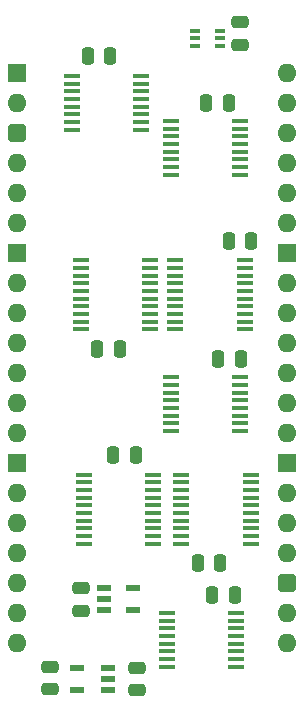
<source format=gts>
%TF.GenerationSoftware,KiCad,Pcbnew,7.0.5*%
%TF.CreationDate,2024-02-16T16:51:06+02:00*%
%TF.ProjectId,Counter 16bit with IO,436f756e-7465-4722-9031-366269742077,V0*%
%TF.SameCoordinates,PX54c81a0PY37b6b20*%
%TF.FileFunction,Soldermask,Top*%
%TF.FilePolarity,Negative*%
%FSLAX46Y46*%
G04 Gerber Fmt 4.6, Leading zero omitted, Abs format (unit mm)*
G04 Created by KiCad (PCBNEW 7.0.5) date 2024-02-16 16:51:06*
%MOMM*%
%LPD*%
G01*
G04 APERTURE LIST*
G04 Aperture macros list*
%AMRoundRect*
0 Rectangle with rounded corners*
0 $1 Rounding radius*
0 $2 $3 $4 $5 $6 $7 $8 $9 X,Y pos of 4 corners*
0 Add a 4 corners polygon primitive as box body*
4,1,4,$2,$3,$4,$5,$6,$7,$8,$9,$2,$3,0*
0 Add four circle primitives for the rounded corners*
1,1,$1+$1,$2,$3*
1,1,$1+$1,$4,$5*
1,1,$1+$1,$6,$7*
1,1,$1+$1,$8,$9*
0 Add four rect primitives between the rounded corners*
20,1,$1+$1,$2,$3,$4,$5,0*
20,1,$1+$1,$4,$5,$6,$7,0*
20,1,$1+$1,$6,$7,$8,$9,0*
20,1,$1+$1,$8,$9,$2,$3,0*%
G04 Aperture macros list end*
%ADD10R,1.600000X1.600000*%
%ADD11O,1.600000X1.600000*%
%ADD12RoundRect,0.400000X-0.400000X-0.400000X0.400000X-0.400000X0.400000X0.400000X-0.400000X0.400000X0*%
%ADD13RoundRect,0.250000X-0.250000X-0.475000X0.250000X-0.475000X0.250000X0.475000X-0.250000X0.475000X0*%
%ADD14RoundRect,0.250000X0.250000X0.475000X-0.250000X0.475000X-0.250000X-0.475000X0.250000X-0.475000X0*%
%ADD15R,1.475000X0.450000*%
%ADD16RoundRect,0.250000X0.475000X-0.250000X0.475000X0.250000X-0.475000X0.250000X-0.475000X-0.250000X0*%
%ADD17R,1.450000X0.450000*%
%ADD18R,1.250000X0.600000*%
%ADD19RoundRect,0.250000X-0.475000X0.250000X-0.475000X-0.250000X0.475000X-0.250000X0.475000X0.250000X0*%
%ADD20R,0.875000X0.450000*%
%ADD21R,1.150000X0.600000*%
G04 APERTURE END LIST*
D10*
%TO.C,J2*%
X0Y0D03*
D11*
X0Y-2540000D03*
D12*
X0Y-5080000D03*
D11*
X0Y-7620000D03*
X0Y-10160000D03*
X0Y-12700000D03*
D10*
X0Y-15240000D03*
D11*
X0Y-17780000D03*
X0Y-20320000D03*
X0Y-22860000D03*
X0Y-25400000D03*
X0Y-27940000D03*
X0Y-30480000D03*
D10*
X0Y-33020000D03*
D11*
X0Y-35560000D03*
X0Y-38100000D03*
X0Y-40640000D03*
X0Y-43180000D03*
X0Y-45720000D03*
X0Y-48260000D03*
X22860000Y-48260000D03*
X22860000Y-45720000D03*
D12*
X22860000Y-43180000D03*
D11*
X22860000Y-40640000D03*
X22860000Y-38100000D03*
X22860000Y-35560000D03*
D10*
X22860000Y-33020000D03*
D11*
X22860000Y-30480000D03*
X22860000Y-27940000D03*
X22860000Y-25400000D03*
X22860000Y-22860000D03*
X22860000Y-20320000D03*
X22860000Y-17780000D03*
D10*
X22860000Y-15240000D03*
D11*
X22860000Y-12700000D03*
X22860000Y-10160000D03*
X22860000Y-7620000D03*
X22860000Y-5080000D03*
X22860000Y-2540000D03*
X22860000Y0D03*
%TD*%
D13*
%TO.C,C13*%
X15322000Y-41529000D03*
X17222000Y-41529000D03*
%TD*%
D14*
%TO.C,C7*%
X10078000Y-32385000D03*
X8178000Y-32385000D03*
%TD*%
D15*
%TO.C,IC11*%
X19829000Y-39882000D03*
X19829000Y-39232000D03*
X19829000Y-38582000D03*
X19829000Y-37932000D03*
X19829000Y-37282000D03*
X19829000Y-36632000D03*
X19829000Y-35982000D03*
X19829000Y-35332000D03*
X19829000Y-34682000D03*
X19829000Y-34032000D03*
X13953000Y-34032000D03*
X13953000Y-34682000D03*
X13953000Y-35332000D03*
X13953000Y-35982000D03*
X13953000Y-36632000D03*
X13953000Y-37282000D03*
X13953000Y-37932000D03*
X13953000Y-38582000D03*
X13953000Y-39232000D03*
X13953000Y-39882000D03*
%TD*%
D16*
%TO.C,C14*%
X18923000Y2368000D03*
X18923000Y4268000D03*
%TD*%
D17*
%TO.C,IC7*%
X12696000Y-45731000D03*
X12696000Y-46381000D03*
X12696000Y-47031000D03*
X12696000Y-47681000D03*
X12696000Y-48331000D03*
X12696000Y-48981000D03*
X12696000Y-49631000D03*
X12696000Y-50281000D03*
X18546000Y-50281000D03*
X18546000Y-49631000D03*
X18546000Y-48981000D03*
X18546000Y-48331000D03*
X18546000Y-47681000D03*
X18546000Y-47031000D03*
X18546000Y-46381000D03*
X18546000Y-45731000D03*
%TD*%
D16*
%TO.C,C4*%
X2789400Y-52216600D03*
X2789400Y-50316600D03*
%TD*%
D14*
%TO.C,C2*%
X18968000Y-24257000D03*
X17068000Y-24257000D03*
%TD*%
D17*
%TO.C,IC10*%
X4695000Y-265000D03*
X4695000Y-915000D03*
X4695000Y-1565000D03*
X4695000Y-2215000D03*
X4695000Y-2865000D03*
X4695000Y-3515000D03*
X4695000Y-4165000D03*
X4695000Y-4815000D03*
X10545000Y-4815000D03*
X10545000Y-4165000D03*
X10545000Y-3515000D03*
X10545000Y-2865000D03*
X10545000Y-2215000D03*
X10545000Y-1565000D03*
X10545000Y-915000D03*
X10545000Y-265000D03*
%TD*%
D14*
%TO.C,C9*%
X7911000Y1453001D03*
X6011000Y1453001D03*
%TD*%
D18*
%TO.C,IC3*%
X7386000Y-43627000D03*
X7386000Y-44577000D03*
X7386000Y-45527000D03*
X9886000Y-45527000D03*
X9886000Y-43627000D03*
%TD*%
D16*
%TO.C,C8*%
X10155400Y-52267400D03*
X10155400Y-50367400D03*
%TD*%
D15*
%TO.C,IC2*%
X11320000Y-21721000D03*
X11320000Y-21071000D03*
X11320000Y-20421000D03*
X11320000Y-19771000D03*
X11320000Y-19121000D03*
X11320000Y-18471000D03*
X11320000Y-17821000D03*
X11320000Y-17171000D03*
X11320000Y-16521000D03*
X11320000Y-15871000D03*
X5444000Y-15871000D03*
X5444000Y-16521000D03*
X5444000Y-17171000D03*
X5444000Y-17821000D03*
X5444000Y-18471000D03*
X5444000Y-19121000D03*
X5444000Y-19771000D03*
X5444000Y-20421000D03*
X5444000Y-21071000D03*
X5444000Y-21721000D03*
%TD*%
D17*
%TO.C,IC9*%
X13077000Y-4075000D03*
X13077000Y-4725000D03*
X13077000Y-5375000D03*
X13077000Y-6025000D03*
X13077000Y-6675000D03*
X13077000Y-7325000D03*
X13077000Y-7975000D03*
X13077000Y-8625000D03*
X18927000Y-8625000D03*
X18927000Y-7975000D03*
X18927000Y-7325000D03*
X18927000Y-6675000D03*
X18927000Y-6025000D03*
X18927000Y-5375000D03*
X18927000Y-4725000D03*
X18927000Y-4075000D03*
%TD*%
D13*
%TO.C,C11*%
X6813000Y-23357000D03*
X8713000Y-23357000D03*
%TD*%
D14*
%TO.C,C15*%
X19857000Y-14224000D03*
X17957000Y-14224000D03*
%TD*%
%TO.C,C3*%
X17952000Y-2540000D03*
X16052000Y-2540000D03*
%TD*%
D15*
%TO.C,IC12*%
X5698001Y-34032000D03*
X5698001Y-34682000D03*
X5698001Y-35332000D03*
X5698001Y-35982000D03*
X5698001Y-36632000D03*
X5698001Y-37282000D03*
X5698001Y-37932000D03*
X5698001Y-38582000D03*
X5698001Y-39232000D03*
X5698001Y-39882000D03*
X11574001Y-39882000D03*
X11574001Y-39232000D03*
X11574001Y-38582000D03*
X11574001Y-37932000D03*
X11574001Y-37282000D03*
X11574001Y-36632000D03*
X11574001Y-35982000D03*
X11574001Y-35332000D03*
X11574001Y-34682000D03*
X11574001Y-34032000D03*
%TD*%
%TO.C,IC1*%
X13428000Y-15882000D03*
X13428000Y-16532000D03*
X13428000Y-17182000D03*
X13428000Y-17832000D03*
X13428000Y-18482000D03*
X13428000Y-19132000D03*
X13428000Y-19782000D03*
X13428000Y-20432000D03*
X13428000Y-21082000D03*
X13428000Y-21732000D03*
X19304000Y-21732000D03*
X19304000Y-21082000D03*
X19304000Y-20432000D03*
X19304000Y-19782000D03*
X19304000Y-19132000D03*
X19304000Y-18482000D03*
X19304000Y-17832000D03*
X19304000Y-17182000D03*
X19304000Y-16532000D03*
X19304000Y-15882000D03*
%TD*%
D19*
%TO.C,C5*%
X5461000Y-43643000D03*
X5461000Y-45543000D03*
%TD*%
D20*
%TO.C,IC4*%
X15067000Y3571000D03*
X15067000Y2921000D03*
X15067000Y2271000D03*
X17191000Y2271000D03*
X17191000Y2921000D03*
X17191000Y3571000D03*
%TD*%
D17*
%TO.C,IC8*%
X13077000Y-25792000D03*
X13077000Y-26442000D03*
X13077000Y-27092000D03*
X13077000Y-27742000D03*
X13077000Y-28392000D03*
X13077000Y-29042000D03*
X13077000Y-29692000D03*
X13077000Y-30342000D03*
X18927000Y-30342000D03*
X18927000Y-29692000D03*
X18927000Y-29042000D03*
X18927000Y-28392000D03*
X18927000Y-27742000D03*
X18927000Y-27092000D03*
X18927000Y-26442000D03*
X18927000Y-25792000D03*
%TD*%
D21*
%TO.C,IC5*%
X7747000Y-52258000D03*
X7747000Y-51308000D03*
X7747000Y-50358000D03*
X5147000Y-50358000D03*
X5147000Y-52258000D03*
%TD*%
D14*
%TO.C,C1*%
X18460000Y-44196000D03*
X16560000Y-44196000D03*
%TD*%
M02*

</source>
